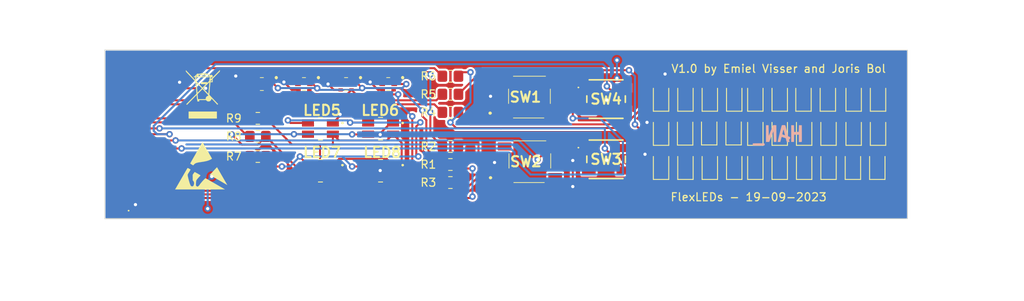
<source format=kicad_pcb>
(kicad_pcb (version 20221018) (generator pcbnew)
  (layers (0 "F.Cu" signal) (31 "B.Cu" signal) (34 "B.Paste" user) (35 "F.Paste" user) (36 "B.SilkS" user "B.Silkscreen") (37 "F.SilkS" user "F.Silkscreen") (38 "B.Mask" user) (39 "F.Mask" user) (44 "Edge.Cuts" user))
  (net 0 "")
  (net 1 "Net-(LED1-K_GREEN)")
  (net 2 "+3V3")
  (net 3 "Net-(LED1-K_RED)")
  (net 4 "Net-(LED1-K_BLUE)")
  (net 5 "Net-(LED5-K_B)")
  (net 6 "Net-(LED5-K_R)")
  (net 7 "Net-(LED5-K_G)")
  (net 8 "Net-(D1-K)")
  (net 9 "Net-(D11-K)")
  (net 10 "Net-(D21-K)")
  (net 11 "/LED-3")
  (net 12 "/LED-4")
  (net 13 "/LED-5")
  (net 14 "/LED-13")
  (net 15 "/LED-14")
  (net 16 "/LED-15")
  (net 17 "/LED-6")
  (net 18 "/LED-11")
  (net 19 "/LED-12")
  (net 20 "/LED-7")
  (net 21 "/LED-8")
  (net 22 "/LED-10")
  (net 23 "/LED-9")
  (net 24 "+5V")
  (net 25 "/LED-0")
  (net 26 "/LED-1")
  (net 27 "/LED-2")
  (net 28 "GNDD")
  (net 31 "unconnected-(SW3-Pad2)")
  (net 33 "unconnected-(SW4-Pad2)")
  (net 35 "unconnected-(SW2-Pad2)")
  (footprint "LED_SMD:LED_0805_2012Metric_Pad1.15x1.40mm_HandSolder" (layer "F.Cu") (at 159 115.5 90)
    (fp_text reference "D11" hide)
    (fp_text value "GREEN" hide)
  )
  (footprint "Resistor_SMD:R_0805_2012Metric_Pad1.20x1.40mm_HandSolder" (layer "F.Cu") (at 132.75 119.75 180)
    (fp_text reference "R1")
    (fp_text value "R" hide)
  )
  (footprint "SamacSys_Parts:150141M173100" (layer "F.Cu") (at 124.05 120.525)
    (fp_text reference "LED8")
    (fp_text value "150141M173100" hide)
  )
  (footprint "LED_SMD:LED_0805_2012Metric_Pad1.15x1.40mm_HandSolder" (layer "F.Cu") (at 185.95 119.75 90)
    (fp_text reference "D30" hide)
    (fp_text value "BLUE" hide)
  )
  (footprint "Resistor_SMD:R_0805_2012Metric_Pad1.20x1.40mm_HandSolder" (layer "F.Cu") (at 132.75 113.25 180)
    (fp_text reference "R4")
    (fp_text value "R")
  )
  (footprint "LED_SMD:LED_0805_2012Metric_Pad1.15x1.40mm_HandSolder" (layer "F.Cu") (at 173.79 111.25 90)
    (fp_text reference "D6" hide)
    (fp_text value "RED" hide)
  )
  (footprint "User:Conn_1x20_FFC" (layer "F.Cu") (at 87 116.005 90)
    (fp_text reference "J1" hide)
    (fp_text value "Conn_01x20_Pin" hide)
    (fp_line (start -10.495 2.7) (end 10.505 2.7) (stroke (width 0.12)) (layer "Edge.Cuts"))
    (fp_line (start -10.495 10.8) (end -10.495 2.7) (stroke (width 0.12)) (layer "Edge.Cuts"))
    (fp_line (start 10.505 2.7) (end 10.505 10.8) (stroke (width 0.12)) (layer "Edge.Cuts"))
  )
  (footprint "Resistor_SMD:R_0805_2012Metric_Pad1.20x1.40mm_HandSolder" (layer "F.Cu") (at 132.75 117.5 180)
    (fp_text reference "R2")
    (fp_text value "R" hide)
  )
  (footprint "LED_SMD:LED_0805_2012Metric_Pad1.15x1.40mm_HandSolder" (layer "F.Cu") (at 183 115.5 90)
    (fp_text reference "D19" hide)
    (fp_text value "GREEN" hide)
  )
  (footprint "LED_SMD:LED_0805_2012Metric_Pad1.15x1.40mm_HandSolder" (layer "F.Cu") (at 168.12 119.75 90)
    (fp_text reference "D24" hide)
    (fp_text value "BLUE" hide)
  )
  (footprint "SamacSys_Parts:TL3342F260QG" (layer "F.Cu") (at 142.65 119.4)
    (fp_text reference "SW2")
    (fp_text value "SW_Push_Dual" hide)
  )
  (footprint "Resistor_SMD:R_0805_2012Metric_Pad1.20x1.40mm_HandSolder" (layer "F.Cu") (at 132.75 122 180)
    (fp_text reference "R3")
    (fp_text value "R" hide)
  )
  (footprint "LED_SMD:LED_0805_2012Metric_Pad1.15x1.40mm_HandSolder" (layer "F.Cu") (at 179.87 115.5 90)
    (fp_text reference "D18" hide)
    (fp_text value "GREEN" hide)
  )
  (footprint "Resistor_SMD:R_0805_2012Metric_Pad1.20x1.40mm_HandSolder" (layer "F.Cu") (at 108.75 116.25)
    (fp_text reference "R8")
    (fp_text value "R" hide)
  )
  (footprint "SamacSys_Parts:150141M173100" (layer "F.Cu") (at 116.55 120.525)
    (fp_text reference "LED7")
    (fp_text value "150141M173100" hide)
  )
  (footprint "LED_SMD:LED_0805_2012Metric_Pad1.15x1.40mm_HandSolder" (layer "F.Cu") (at 168.12 111.25 90)
    (fp_text reference "D4" hide)
    (fp_text value "RED" hide)
  )
  (footprint "LED_SMD:LED_0805_2012Metric_Pad1.15x1.40mm_HandSolder" (layer "F.Cu") (at 170.75 111.25 90)
    (fp_text reference "D5" hide)
    (fp_text value "RED" hide)
  )
  (footprint "SamacSys_Parts:TL3342F260QG" (layer "F.Cu") (at 142.6 111.35)
    (fp_text reference "SW1")
    (fp_text value "SW_Push_Dual" hide)
  )
  (footprint "LED_SMD:LED_0805_2012Metric_Pad1.15x1.40mm_HandSolder" (layer "F.Cu") (at 165.08 111.25 90)
    (fp_text reference "D3" hide)
    (fp_text value "RED" hide)
  )
  (footprint "LED_SMD:LED_0805_2012Metric_Pad1.15x1.40mm_HandSolder" (layer "F.Cu") (at 159 119.75 90)
    (fp_text reference "D21" hide)
    (fp_text value "BLUE" hide)
  )
  (footprint "LED_SMD:LED_0805_2012Metric_Pad1.15x1.40mm_HandSolder" (layer "F.Cu") (at 179.87 119.75 90)
    (fp_text reference "D28" hide)
    (fp_text value "BLUE" hide)
  )
  (footprint "LED_SMD:LED_0805_2012Metric_Pad1.15x1.40mm_HandSolder" (layer "F.Cu") (at 183 111.25 90)
    (fp_text reference "D9" hide)
    (fp_text value "RED" hide)
  )
  (footprint "SamacSys_Parts:150141M173100" (layer "F.Cu") (at 116.55 115.275)
    (fp_text reference "LED5")
    (fp_text value "150141M173100" hide)
  )
  (footprint "LED_SMD:LED_0805_2012Metric_Pad1.15x1.40mm_HandSolder" (layer "F.Cu") (at 162.04 119.75 90)
    (fp_text reference "D22" hide)
    (fp_text value "BLUE" hide)
  )
  (footprint "SamacSys_Parts:150141M173100" (layer "F.Cu") (at 124.05 115.275)
    (fp_text reference "LED6")
    (fp_text value "150141M173100" hide)
  )
  (footprint "LED_SMD:LED_0805_2012Metric_Pad1.15x1.40mm_HandSolder" (layer "F.Cu") (at 168.04 115.45 90)
    (fp_text reference "D14" hide)
    (fp_text value "GREEN" hide)
  )
  (footprint "Resistor_SMD:R_0805_2012Metric_Pad1.20x1.40mm_HandSolder" (layer "F.Cu") (at 108.75 118.75)
    (fp_text reference "R7")
    (fp_text value "R" hide)
  )
  (footprint "LED_SMD:LED_0805_2012Metric_Pad1.15x1.40mm_HandSolder" (layer "F.Cu") (at 176.75 111.25 90)
    (fp_text reference "D7" hide)
    (fp_text value "RED" hide)
  )
  (footprint "Symbol:WEEE-Logo_4.2x6mm_SilkScreen" (layer "F.Cu") (at 101.9 111)
    (fp_text reference "REF**" hide)
    (fp_text value "WEEE-Logo_4.2x6mm_SilkScreen" hide)
  )
  (footprint "LED_SMD:LED_0805_2012Metric_Pad1.15x1.40mm_HandSolder" (layer "F.Cu") (at 173.79 119.75 90)
    (fp_text reference "D26" hide)
    (fp_text value "BLUE" hide)
  )
  (footprint "SamacSys_Parts:19337CRSBHGHCA012T" (layer "F.Cu") (at 120.3 109.675)
    (fp_text reference "LED3" hide)
    (fp_text value "19-337C_RSBHGHC-A01_2T" hide)
  )
  (footprint "LED_SMD:LED_0805_2012Metric_Pad1.15x1.40mm_HandSolder" (layer "F.Cu") (at 176.83 119.75 90)
    (fp_text reference "D27" hide)
    (fp_text value "BLUE" hide)
  )
  (footprint "Symbol:ESD-Logo_6.6x6mm_SilkScreen" (layer "F.Cu") (at 101.7 119.9)
    (fp_text reference "REF**" hide)
    (fp_text value "ESD-Logo_6.6x6mm_SilkScreen" hide)
  )
  (footprint "SamacSys_Parts:19337CRSBHGHCA012T" (layer "F.Cu") (at 125.55 109.675)
    (fp_text reference "LED4" hide)
    (fp_text value "19-337C_RSBHGHC-A01_2T" hide)
  )
  (footprint "LED_SMD:LED_0805_2012Metric_Pad1.15x1.40mm_HandSolder" (layer "F.Cu") (at 170.75 119.75 90)
    (fp_text reference "D25" hide)
    (fp_text value "BLUE" hide)
  )
  (footprint "SamacSys_Parts:TS174805YE160SMTTR" (layer "F.Cu") (at 152.15 119.1)
    (fp_text reference "SW3")
    (fp_text value "SW_Push_Dual" hide)
  )
  (footprint "LED_SMD:LED_0805_2012Metric_Pad1.15x1.40mm_HandSolder" (layer "F.Cu") (at 173.79 115.5 90)
    (fp_text reference "D16" hide)
    (fp_text value "GREEN" hide)
  )
  (footprint "LED_SMD:LED_0805_2012Metric_Pad1.15x1.40mm_HandSolder" (layer "F.Cu") (at 165 115.45 90)
    (fp_text reference "D13" hide)
    (fp_text value "GREEN" hide)
  )
  (footprint "LED_SMD:LED_0805_2012Metric_Pad1.15x1.40mm_HandSolder" (layer "F.Cu") (at 176.83 115.5 90)
    (fp_text reference "D17" hide)
    (fp_text value "GREEN" hide)
  )
  (footprint "LED_SMD:LED_0805_2012Metric_Pad1.15x1.40mm_HandSolder" (layer "F.Cu") (at 170.75 115.5 90)
    (fp_text reference "D15" hide)
    (fp_text value "GREEN" hide)
  )
  (footprint "LED_SMD:LED_0805_2012Metric_Pad1.15x1.40mm_HandSolder" (layer "F.Cu") (at 186.04 115.5 90)
    (fp_text reference "D20" hide)
    (fp_text value "GREEN" hide)
  )
  (footprint "LED_SMD:LED_0805_2012Metric_Pad1.15x1.40mm_HandSolder" (layer "F.Cu") (at 182.91 119.75 90)
    (fp_text reference "D29" hide)
    (fp_text value "BLUE" hide)
  )
  (footprint "SamacSys_Parts:19337CRSBHGHCA012T" (layer "F.Cu") (at 115.05 109.675)
    (fp_text reference "LED2" hide)
    (fp_text value "19-337C_RSBHGHC-A01_2T" hide)
  )
  (footprint "LED_SMD:LED_0805_2012Metric_Pad1.15x1.40mm_HandSolder" (layer "F.Cu") (at 159 111.25 90)
    (fp_text reference "D1" hide)
    (fp_text value "RED" hide)
  )
  (footprint "SamacSys_Parts:TS174805YE160SMTTR" (layer "F.Cu") (at 152.15 111.6)
    (fp_text reference "SW4")
    (fp_text value "SW_Push_Dual" hide)
  )
  (footprint "LED_SMD:LED_0805_2012Metric_Pad1.15x1.40mm_HandSolder" (layer "F.Cu") (at 165.08 119.75 90)
    (fp_text reference "D23" hide)
    (fp_text value "BLUE" hide)
  )
  (footprint "LED_SMD:LED_0805_2012Metric_Pad1.15x1.40mm_HandSolder" (layer "F.Cu") (at 179.79 111.25 90)
    (fp_text reference "D8" hide)
    (fp_text value "RED" hide)
  )
  (footprint "Resistor_SMD:R_0805_2012Metric_Pad1.20x1.40mm_HandSolder" (layer "F.Cu") (at 132.75 111 180)
    (fp_text reference "R5")
    (fp_text value "R")
  )
  (footprint "LED_SMD:LED_0805_2012Metric_Pad1.15x1.40mm_HandSolder" (layer "F.Cu") (at 162 115.475 90)
    (fp_text reference "D12" hide)
    (fp_text value "GREEN" hide)
  )
  (footprint "SamacSys_Parts:19337CRSBHGHCA012T" (layer "F.Cu") (at 109.8 109.675)
    (fp_text reference "LED1" hide)
    (fp_text value "19-337C_RSBHGHC-A01_2T" hide)
  )
  (footprint "Resistor_SMD:R_0805_2012Metric_Pad1.20x1.40mm_HandSolder" (layer "F.Cu") (at 108.75 114)
    (fp_text reference "R9")
    (fp_text value "R" hide)
  )
  (footprint "LED_SMD:LED_0805_2012Metric_Pad1.15x1.40mm_HandSolder" (layer "F.Cu") (at 186.04 111.25 90)
    (fp_text reference "D10" hide)
    (fp_text value "RED" hide)
  )
  (footprint "Resistor_SMD:R_0805_2012Metric_Pad1.20x1.40mm_HandSolder" (layer "F.Cu") (at 132.75 108.75 180)
    (fp_text reference "R6")
    (fp_text value "R")
  )
  (footprint "LED_SMD:LED_0805_2012Metric_Pad1.15x1.40mm_HandSolder" (layer "F.Cu") (at 162.04 111.25 90)
    (fp_text reference "D2" hide)
    (fp_text value "RED" hide)
  )
  (footprint "User:HAN_logo" (layer "B.Cu") (at 173.5 116.1 180)
    (fp_text reference "G***")
    (fp_text value "LOGO" hide)
  )
  (gr_rect (start 89.7 105.5) (end 189.7 126.5) (stroke (width 0.1)) (fill none) (layer "Edge.Cuts"))
  (gr_text "FlexLEDs - 19-09-2023" (at 160.1 124.4) (layer "F.SilkS") (effects (font (size 1 1)) (justify left bottom)))
  (gr_text "V1.0 by Emiel Visser and Joris Bol" (at 160.2 108.4) (layer "F.SilkS") (effects (font (size 1 1)) (justify left bottom)))
  (segment (start 130.25 116) (end 130.25 113.25) (width 0.25) (layer "F.Cu") (net 1))
  (segment (start 115.7 108.475) (end 119.9 108.475) (width 0.25) (layer "F.Cu") (net 1))
  (segment (start 130.25 108.5) (end 130 108.25) (width 0.25) (layer "F.Cu") (net 1))
  (segment (start 109.925 109) (end 110.45 108.475) (width 0.25) (layer "F.Cu") (net 1))
  (segment (start 114.65 108.475) (end 115.175 109) (width 0.25) (layer "F.Cu") (net 1))
  (segment (start 115.175 109) (end 115.7 108.475) (width 0.25) (layer "F.Cu") (net 1))
  (segment (start 130 108.25) (end 126.25 108.25) (width 0.25) (layer "F.Cu") (net 1))
  (segment (start 120.425 109) (end 120.95 108.475) (width 0.25) (layer "F.Cu") (net 1))
  (segment (start 131.75 117.5) (end 130.25 116) (width 0.25) (layer "F.Cu") (net 1))
  (segment (start 126.25 108.25) (end 126.25 108.425) (width 0.25) (layer "F.Cu") (net 1))
  (segment (start 126.25 108.425) (end 125.675 109) (width 0.25) (layer "F.Cu") (net 1))
  (segment (start 120.95 108.475) (end 125.15 108.475) (width 0.25) (layer "F.Cu") (net 1))
  (segment (start 110.45 108.475) (end 114.65 108.475) (width 0.25) (layer "F.Cu") (net 1))
  (segment (start 119.9 108.475) (end 120.425 109) (width 0.25) (layer "F.Cu") (net 1))
  (segment (start 125.15 108.475) (end 125.675 109) (width 0.25) (layer "F.Cu") (net 1))
  (via (at 130.25 113.25) (size 0.8) (drill 0.4) (layers "F.Cu" "B.Cu") (net 1))
  (via (at 130.25 108.5) (size 0.8) (drill 0.4) (layers "F.Cu" "B.Cu") (net 1))
  (segment (start 130.25 113.25) (end 130.25 108.5) (width 0.25) (layer "B.Cu") (net 1))
  (segment (start 124.25 109.725) (end 123 109.725) (width 0.25) (layer "F.Cu") (net 2))
  (segment (start 124.325 109) (end 123.225 109) (width 0.25) (layer "F.Cu") (net 2))
  (segment (start 112.975 110.45) (end 112 109.475) (width 0.25) (layer "F.Cu") (net 2))
  (segment (start 125.6 119.825) (end 124.675 119.825) (width 0.25) (layer "F.Cu") (net 2))
  (segment (start 123.725 110.45) (end 122.75 109.475) (width 0.25) (layer "F.Cu") (net 2))
  (segment (start 93.25 124.5) (end 93.5 124.75) (width 0.25) (layer "F.Cu") (net 2))
  (segment (start 123.225 109) (end 122.75 109.475) (width 0.25) (layer "F.Cu") (net 2))
  (segment (start 118.1 119.825) (end 118.875 119.05) (width 0.25) (layer "F.Cu") (net 2))
  (segment (start 107.725 110.45) (end 106 108.725) (width 0.25) (layer "F.Cu") (net 2))
  (segment (start 151.5 111.725) (end 152.25 111.725) (width 0.25) (layer "F.Cu") (net 2))
  (segment (start 124.675 119.825) (end 124 120.5) (width 0.25) (layer "F.Cu") (net 2))
  (segment (start 157.275 114.475) (end 157.25 114.5) (width 0.25) (layer "F.Cu") (net 2))
  (segment (start 113.825 110.45) (end 112.975 110.45) (width 0.25) (layer "F.Cu") (net 2))
  (segment (start 91 124.5) (end 93.25 124.5) (width 0.25) (layer "F.Cu") (net 2))
  (segment (start 99.75 110.25) (end 102.25 110.25) (width 0.25) (layer "F.Cu") (net 2))
  (segment (start 119 109.725) (end 117.5 109.725) (width 0.25) (layer "F.Cu") (net 2))
  (segment (start 108.575 109) (end 106.275 109) (width 0.25) (layer "F.Cu") (net 2))
  (segment (start 118.225 109) (end 119.075 109) (width 0.25) (layer "F.Cu") (net 2))
  (segment (start 124.775 113.75) (end 125.6 114.575) (width 0.25) (layer "F.Cu") (net 2))
  (segment (start 139.45 113.25) (end 139.45 112.95) (width 0.25) (layer "F.Cu") (net 2))
  (segment (start 139.5 120.75) (end 138.25 119.5) (width 0.25) (layer "F.Cu") (net 2))
  (segment (start 118.1 114.575) (end 118.875 113.8) (width 0.25) (layer "F.Cu") (net 2))
  (segment (start 159 118.725) (end 157.25 118.725) (width 0.25) (layer "F.Cu") (net 2))
  (segment (start 123 109.725) (end 122.75 109.475) (width 0.25) (layer "F.Cu") (net 2))
  (segment (start 99 109.5) (end 99.75 110.25) (width 0.25) (layer "F.Cu") (net 2))
  (segment (start 118.225 110.45) (end 119.075 110.45) (width 0.25) (layer "F.Cu") (net 2))
  (segment (start 139.5 121.3) (end 139.5 120.75) (width 0.25) (layer "F.Cu") (net 2))
  (segment (start 185.95 118.725) (end 159 118.725) (width 0.25) (layer "F.Cu") (net 2))
  (segment (start 108.5 109.725) (end 107 109.725) (width 0.25) (layer "F.Cu") (net 2))
  (segment (start 108.575 110.45) (end 107.725 110.45) (width 0.25) (layer "F.Cu") (net 2))
  (segment (start 125.6 119.825) (end 124.825 119.05) (width 0.25) (layer "F.Cu") (net 2))
  (segment (start 124.325 110.45) (end 123.725 110.45) (width 0.25) (layer "F.Cu") (net 2))
  (segment (start 124 115.875) (end 124 116.0255) (width 0.25) (layer "F.Cu") (net 2))
  (segment (start 150 117.725) (end 151.5 119.225) (width 0.25) (layer "F.Cu") (net 2))
  (segment (start 150 110.225) (end 151.5 111.725) (width 0.25) (layer "F.Cu") (net 2))
  (segment (start 117.5 109.725) (end 118.225 109) (width 0.25) (layer "F.Cu") (net 2))
  (segment (start 159 110.225) (end 159 108.975) (width 0.25) (layer "F.Cu") (net 2))
  (segment (start 119 113.5) (end 119.25 113.75) (width 0.25) (layer "F.Cu") (net 2))
  (segment (start 151.5 119.225) (end 152.25 119.225) (width 0.25) (layer "F.Cu") (net 2))
  (segment (start 113.75 109.725) (end 112.25 109.725) (width 0.25) (layer "F.Cu") (net 2))
  (segment (start 157.25 118.725) (end 157 118.475) (width 0.25) (layer "F.Cu") (net 2))
  (segment (start 148 119.25) (end 148 122.5) (width 0.25) (layer "F.Cu") (net 2))
  (segment (start 159 108.975) (end 159.5 108.475) (width 0.25) (layer "F.Cu") (net 2))
  (segment (start 125.3 114.575) (end 124 115.875) (width 0.25) (layer "F.Cu") (net 2))
  (segment (start 118.875 113.8) (end 119 113.5) (width 0.25) (layer "F.Cu") (net 2))
  (segment (start 113.825 109) (end 112.475 109) (width 0.25) (layer "F.Cu") (net 2))
  (segment (start 159 114.475) (end 157.275 114.475) (width 0.25) (layer "F.Cu") (net 2))
  (segment (start 186.04 110.225) (end 159 110.225) (width 0.25) (layer "F.Cu") (net 2))
  (segment (start 139.45 112.95) (end 137.75 111.25) (width 0.25) (layer "F.Cu") (net 2))
  (segment (start 117.5 109.725) (end 118.225 110.45) (width 0.25) (layer "F.Cu") (net 2))
  (segment (start 118.875 119.05) (end 124.825 119.05) (width 0.25) (layer "F.Cu") (net 2))
  (segment (start 186.04 114.475) (end 159 114.475) (width 0.25) (layer "F.Cu") (net 2))
  (segment (start 107 109.725) (end 106 108.725) (width 0.25) (layer "F.Cu") (net 2))
  (segment (start 106.275 109) (end 106 108.725) (width 0.25) (layer "F.Cu") (net 2))
  (segment (start 112.25 109.725) (end 112 109.475) (width 0.25) (layer "F.Cu") (net 2))
  (segment (start 125.6 114.575) (end 125.3 114.575) (width 0.25) (layer "F.Cu") (net 2))
  (segment (start 112.475 109) (end 112 109.475) (width 0.25) (layer "F.Cu") (net 2))
  (segment (start 119.25 113.75) (end 124.775 113.75) (width 0.25) (layer "F.Cu") (net 2))
  (via (at 157 118.475) (size 0.8) (drill 0.4) (layers "F.Cu" "B.Cu") (net 2))
  (via (at 148 122.5) (size 0.8) (drill 0.4) (layers "F.Cu" "B.Cu") (net 2))
  (via (at 106 108.725) (size 0.8) (drill 0.4) (layers "F.Cu" "B.Cu") (net 2))
  (via (at 122.75 109.475) (size 0.8) (drill 0.4) (layers "F.Cu" "B.Cu") (net 2))
  (via (at 112 109.475) (size 0.8) (drill 0.4) (layers "F.Cu" "B.Cu") (net 2))
  (via (at 99 109.5) (size 0.8) (drill 0.4) (layers "F.Cu" "B.Cu") (net 2))
  (via (at 148 119.25) (size 0.8) (drill 0.4) (layers "F.Cu" "B.Cu") (net 2))
  (via (at 138.25 119.5) (size 0.8) (drill 0.4) (layers "F.Cu" "B.Cu") (net 2))
  (via (at 124 120.5) (size 0.8) (drill 0.4) (layers "F.Cu" "B.Cu") (net 2))
  (via (at 93.5 124.75) (size 0.8) (drill 0.4) (layers "F.Cu" "B.Cu") (net 2))
  (via (at 137.75 111.25) (size 0.8) (drill 0.4) (layers "F.Cu" "B.Cu") (net 2))
  (via (at 157.25 114.5) (size 0.8) (drill 0.4) (layers "F.Cu" "B.Cu") (net 2))
  (via (at 117.5 109.725) (size 0.8) (drill 0.4) (layers "F.Cu" "B.Cu") (net 2))
  (via (at 102.25 110.25) (size 0.8) (drill 0.4) (layers "F.Cu" "B.Cu") (net 2))
  (via (at 152.25 111.725) (size 0.8) (drill 0.4) (layers "F.Cu" "B.Cu") (net 2))
  (via (at 159.5 108.475) (size 0.8) (drill 0.4) (layers "F.Cu" "B.Cu") (net 2))
  (via (at 124 116.0255) (size 0.8) (drill 0.4) (layers "F.Cu" "B.Cu") (net 2))
  (via (at 152.25 119.225) (size 0.8) (drill 0.4) (layers "F.Cu" "B.Cu") (net 2))
  (via (at 119 113.5) (size 0.8) (drill 0.4) (layers "F.Cu" "B.Cu") (net 2))
  (segment (start 120.5 109.725) (end 121.25 109.725) (width 0.25) (layer "F.Cu") (net 3))
  (segment (start 110 109.725) (end 110.75 109.725) (width 0.25) (layer "F.Cu") (net 3))
  (segment (start 127.25 109.725) (end 125.75 109.725) (width 0.25) (layer "F.Cu") (net 3))
  (segment (start 115.25 109.725) (end 115.624696 109.725) (width 0.25) (layer "F.Cu") (net 3))
  (segment (start 129.25 113.724695) (end 129.25 113) (width 0.25) (layer "F.Cu") (net 3))
  (segment (start 129.75 117.75) (end 129.75 114.224695) (width 0.25) (layer "F.Cu") (net 3))
  (segment (start 121.25 109.725) (end 121.75 110.225) (width 0.25) (layer "F.Cu") (net 3))
  (segment (start 129.75 114.224695) (end 129.25 113.724695) (width 0.25) (layer "F.Cu") (net 3))
  (segment (start 115.624696 109.725) (end 116.150196 110.2505) (width 0.25) (layer "F.Cu") (net 3))
  (segment (start 131.75 119.75) (end 129.75 117.75) (width 0.25) (layer "F.Cu") (net 3))
  (segment (start 110.75 109.725) (end 111.25 110.225) (width 0.25) (layer "F.Cu") (net 3))
  (via (at 116.150196 110.2505) (size 0.8) (drill 0.4) (layers "F.Cu" "B.Cu") (net 3))
  (via (at 127.25 109.725) (size 0.8) (drill 0.4) (layers "F.Cu" "B.Cu") (net 3))
  (via (at 121.75 110.225) (size 0.8) (drill 0.4) (layers "F.Cu" "B.Cu") (net 3))
  (via (at 111.25 110.225) (size 0.8) (drill 0.4) (layers "F.Cu" "B.Cu") (net 3))
  (via (at 129.25 113) (size 0.8) (drill 0.4) (layers "F.Cu" "B.Cu") (net 3))
  (segment (start 116.25 110.225) (end 116.2245 110.2505) (width 0.25) (layer "B.Cu") (net 3))
  (segment (start 116.2245 110.2505) (end 116.150196 110.2505) (width 0.25) (layer "B.Cu") (net 3))
  (segment (start 116.150196 110.2505) (end 116.349696 110.45) (width 0.25) (layer "B.Cu") (net 3))
  (segment (start 126.75 110.225) (end 127.25 109.725) (width 0.25) (layer "B.Cu") (net 3))
  (segment (start 111.25 110.225) (end 116.25 110.225) (width 0.25) (layer "B.Cu") (net 3))
  (segment (start 129.25 113) (end 126.75 110.5) (width 0.25) (layer "B.Cu") (net 3))
  (segment (start 121.75 110.225) (end 126.75 110.225) (width 0.25) (layer "B.Cu") (net 3))
  (segment (start 121.525 110.45) (end 121.75 110.225) (width 0.25) (layer "B.Cu") (net 3))
  (segment (start 126.75 110.5) (end 126.75 110.225) (width 0.25) (layer "B.Cu") (net 3))
  (segment (start 116.349696 110.45) (end 121.525 110.45) (width 0.25) (layer "B.Cu") (net 3))
  (segment (start 129 122) (end 128 121) (width 0.25) (layer "F.Cu") (net 4))
  (segment (start 131.75 122) (end 129 122) (width 0.25) (layer "F.Cu") (net 4))
  (segment (start 115.7 110.975) (end 119.9 110.975) (width 0.25) (layer "F.Cu") (net 4))
  (segment (start 120.95 110.975) (end 125.15 110.975) (width 0.25) (layer "F.Cu") (net 4))
  (segment (start 119.9 110.975) (end 120.425 110.45) (width 0.25) (layer "F.Cu") (net 4))
  (segment (start 109.925 110.45) (end 110.45 110.975) (width 0.25) (layer "F.Cu") (net 4))
  (segment (start 115.175 110.45) (end 115.7 110.975) (width 0.25) (layer "F.Cu") (net 4))
  (segment (start 110.45 110.975) (end 114.65 110.975) (width 0.25) (layer "F.Cu") (net 4))
  (segment (start 126.237701 111.012299) (end 125.187299 111.012299) (width 0.25) (layer "F.Cu") (net 4))
  (segment (start 120.425 110.45) (end 120.95 110.975) (width 0.25) (layer "F.Cu") (net 4))
  (segment (start 114.65 110.975) (end 115.175 110.45) (width 0.25) (layer "F.Cu") (net 4))
  (segment (start 125.187299 111.012299) (end 125.15 110.975) (width 0.25) (layer "F.Cu") (net 4))
  (segment (start 125.15 110.975) (end 125.675 110.45) (width 0.25) (layer "F.Cu") (net 4))
  (segment (start 128 121) (end 128 113.75) (width 0.25) (layer "F.Cu") (net 4))
  (via (at 128 113.75) (size 0.8) (drill 0.4) (layers "F.Cu" "B.Cu") (net 4))
  (via (at 126.237701 111.012299) (size 0.8) (drill 0.4) (layers "F.Cu" "B.Cu") (net 4))
  (segment (start 126.237701 111.987701) (end 126.237701 111.012299) (width 0.25) (layer "B.Cu") (net 4))
  (segment (start 128 113.75) (end 126.237701 111.987701) (width 0.25) (layer "B.Cu") (net 4))
  (segment (start 116.5 119.925) (end 116.5 117.25) (width 0.25) (layer "F.Cu") (net 5))
  (segment (start 126.675 120.45) (end 125.9 121.225) (width 0.25) (layer "F.Cu") (net 5))
  (segment (start 109.75 114) (end 113 117.25) (width 0.25) (layer "F.Cu") (net 5))
  (segment (start 118.1 121.225) (end 117.8 121.225) (width 0.25) (layer "F.Cu") (net 5))
  (segment (start 118.1 115.975) (end 118.875 116.75) (width 0.25) (layer "F.Cu") (net 5))
  (segment (start 125.6 115.975) (end 126.675 117.05) (width 0.25) (layer "F.Cu") (net 5))
  (segment (start 116.5 117.25) (end 118 117.25) (width 0.25) (layer "F.Cu") (net 5))
  (segment (start 126.675 117.05) (end 126.675 120.45) (width 0.25) (layer "F.Cu") (net 5))
  (segment (start 118.1 117.15) (end 118.1 115.975) (width 0.25) (layer "F.Cu") (net 5))
  (segment (start 113 117.25) (end 116.5 117.25) (width 0.25) (layer "F.Cu") (net 5))
  (segment (start 118.875 116.75) (end 124.825 116.75) (width 0.25) (layer "F.Cu") (net 5))
  (segment (start 125.9 121.225) (end 125.6 121.225) (width 0.25) (layer "F.Cu") (net 5))
  (segment (start 124.825 116.75) (end 125.6 115.975) (width 0.25) (layer "F.Cu") (net 5))
  (segment (start 118 117.25) (end 118.1 117.15) (width 0.25) (layer "F.Cu") (net 5))
  (segment (start 117.8 121.225) (end 116.5 119.925) (width 0.25) (layer "F.Cu") (net 5))
  (segment (start 115 114.575) (end 112.825 114.575) (width 0.25) (layer "F.Cu") (net 6))
  (segment (start 120.25 114.5255) (end 122.4505 114.5255) (width 0.25) (layer "F.Cu") (net 6))
  (segment (start 122.325 120) (end 122.5 119.825) (width 0.25) (layer "F.Cu") (net 6))
  (segment (start 109.75 118.75) (end 111 120) (width 0.25) (layer "F.Cu") (net 6))
  (segment (start 120.5 120) (end 122.325 120) (width 0.25) (layer "F.Cu") (net 6))
  (segment (start 114 118.825) (end 115 119.825) (width 0.25) (layer "F.Cu") (net 6))
  (segment (start 128.5 115) (end 128.5 118.5) (width 0.25) (layer "F.Cu") (net 6))
  (segment (start 112.825 114.575) (end 112.5 114.25) (width 0.25) (layer "F.Cu") (net 6))
  (segment (start 111 120) (end 111.75 120) (width 0.25) (layer "F.Cu") (net 6))
  (segment (start 114 118.75) (end 114 118.825) (width 0.25) (layer "F.Cu") (net 6))
  (segment (start 122.4505 114.5255) (end 122.5 114.575) (width 0.25) (layer "F.Cu") (net 6))
  (segment (start 129 114.5) (end 128.5 115) (width 0.25) (layer "F.Cu") (net 6))
  (segment (start 128.5 118.5) (end 128.75 118.75) (width 0.25) (layer "F.Cu") (net 6))
  (via (at 128.75 118.75) (size 0.8) (drill 0.4) (layers "F.Cu" "B.Cu") (net 6))
  (via (at 120.25 114.5255) (size 0.8) (drill 0.4) (layers "F.Cu" "B.Cu") (net 6))
  (via (at 114 118.75) (size 0.8) (drill 0.4) (layers "F.Cu" "B.Cu") (net 6))
  (via (at 120.5 120) (size 0.8) (drill 0.4) (layers "F.Cu" "B.Cu") (net 6))
  (via (at 112.5 114.25) (size 0.8) (drill 0.4) (layers "F.Cu" "B.Cu") (net 6))
  (via (at 129 114.5) (size 0.8) (drill 0.4) (layers "F.Cu" "B.Cu") (net 6))
  (via (at 111.75 120) (size 0.8) (drill 0.4) (layers "F.Cu" "B.Cu") (net 6))
  (segment (start 128.9745 114.5255) (end 129 114.5) (width 0.25) (layer "B.Cu") (net 6))
  (segment (start 128.75 118.75) (end 119.25 118.75) (width 0.25) (layer "B.Cu") (net 6))
  (segment (start 119.25 118.75) (end 120.5 120) (width 0.25) (layer "B.Cu") (net 6))
  (segment (start 111.75 120) (end 112.75 120) (width 0.25) (layer "B.Cu") (net 6))
  (segment (start 120.25 114.5255) (end 128.9745 114.5255) (width 0.25) (layer "B.Cu") (net 6))
  (segment (start 112.5 114.25) (end 119.9745 114.25) (width 0.25) (layer "B.Cu") (net 6))
  (segment (start 112.75 120) (end 114 118.75) (width 0.25) (layer "B.Cu") (net 6))
  (segment (start 119.9745 114.25) (end 120.25 114.5255) (width 0.25) (layer "B.Cu") (net 6))
  (segment (start 114 118.75) (end 119.25 118.75) (width 0.25) (layer "B.Cu") (net 6))
  (segment (start 122.475 116) (end 122.5 115.975) (width 0.25) (layer "F.Cu") (net 7))
  (segment (start 114.725 121.225) (end 115 121.225) (width 0.25) (layer "F.Cu") (net 7))
  (segment (start 114.9995 115.9745) (end 115 115.975) (width 0.25) (layer "F.Cu") (net 7))
  (segment (start 109.75 116.25) (end 108.725 117.275) (width 0.25) (layer "F.Cu") (net 7))
  (segment (start 120.5 116) (end 122.475 116) (width 0.25) (layer "F.Cu") (net 7))
  (segment (start 115.775 122) (end 121.725 122) (width 0.25) (layer "F.Cu") (net 7))
  (segment (start 115 121.225) (end 115.775 122) (width 0.25) (layer "F.Cu") (net 7))
  (segment (start 109.75 116.25) (end 114.725 121.225) (width 0.25) (layer "F.Cu") (net 7))
  (segment (start 106.775 117.275) (end 105.5 116) (width 0.25) (layer "F.Cu") (net 7))
  (segment (start 113.25 115.9745) (end 114.9995 115.9745) (width 0.25) (layer "F.Cu") (net 7))
  (segment (start 108.725 117.275) (end 106.775 117.275) (width 0.25) (layer "F.Cu") (net 7))
  (segment (start 121.725 122) (end 122.5 121.225) (width 0.25) (layer "F.Cu") (net 7))
  (via (at 105.5 116) (size 0.8) (drill 0.4) (layers "F.Cu" "B.Cu") (net 7))
  (via (at 120.5 116) (size 0.8) (drill 0.4) (layers "F.Cu" "B.Cu") (net 7))
  (via (at 113.25 115.9745) (size 0.8) (drill 0.4) (layers "F.Cu" "B.Cu") (net 7))
  (segment (start 120.4745 115.9745) (end 120.5 116) (width 0.25) (layer "B.Cu") (net 7))
  (segment (start 105.5 116) (end 105.5255 115.9745) (width 0.25) (layer "B.Cu") (net 7))
  (segment (start 113.25 115.9745) (end 120.4745 115.9745) (width 0.25) (layer "B.Cu") (net 7))
  (segment (start 105.5255 115.9745) (end 113.25 115.9745) (width 0.25) (layer "B.Cu") (net 7))
  (segment (start 154.575 114.75) (end 135.25 114.75) (width 0.25) (layer "F.Cu") (net 8))
  (segment (start 186.04 112.275) (end 159 112.275) (width 0.25) (layer "F.Cu") (net 8))
  (segment (start 157.05 112.275) (end 154.575 114.75) (width 0.25) (layer "F.Cu") (net 8))
  (segment (start 135.25 114.75) (end 133.75 113.25) (width 0.25) (layer "F.Cu") (net 8))
  (segment (start 133.75 112.75) (end 133.75 113.25) (width 0.25) (layer "F.Cu") (net 8))
  (segment (start 159 112.275) (end 157.05 112.275) (width 0.25) (layer "F.Cu") (net 8))
  (segment (start 155 108) (end 136.75 108) (width 0.25) (layer "F.Cu") (net 9))
  (segment (start 157.525 116.525) (end 155.75 114.75) (width 0.25) (layer "F.Cu") (net 9))
  (segment (start 159 116.525) (end 157.525 116.525) (width 0.25) (layer "F.Cu") (net 9))
  (segment (start 136.75 108) (end 133.75 111) (width 0.25) (layer "F.Cu") (net 9))
  (segment (start 186.04 116.525) (end 159 116.525) (width 0.25) (layer "F.Cu") (net 9))
  (via (at 155 108) (size 0.8) (drill 0.4) (layers "F.Cu" "B.Cu") (net 9))
  (via (at 155.75 114.75) (size 0.8) (drill 0.4) (layers "F.Cu" "B.Cu") (net 9))
  (segment (start 155.75 108.75) (end 155 108) (width 0.25) (layer "B.Cu") (net 9))
  (segment (start 155.75 110.5) (end 155.75 108.75) (width 0.25) (layer "B.Cu") (net 9))
  (segment (start 155.75 114.75) (end 155.75 110.5) (width 0.25) (layer "B.Cu") (net 9))
  (segment (start 155.475 116.975) (end 153.7 115.2) (width 0.25) (layer "F.Cu") (net 10))
  (segment (start 133.45 115.2) (end 132.75 114.5) (width 0.25) (layer "F.Cu") (net 10))
  (segment (start 155.475 117.975305) (end 155.475 116.975) (width 0.25) (layer "F.Cu") (net 10))
  (segment (start 135.25 108.25) (end 134.25 108.25) (width 0.25) (layer "F.Cu") (net 10))
  (segment (start 134.25 108.25) (end 133.75 108.75) (width 0.25) (layer "F.Cu") (net 10))
  (segment (start 185.95 120.775) (end 159 120.775) (width 0.25) (layer "F.Cu") (net 10))
  (segment (start 158.274695 120.775) (end 155.475 117.975305) (width 0.25) (layer "F.Cu") (net 10))
  (segment (start 153.7 115.2) (end 133.45 115.2) (width 0.25) (layer "F.Cu") (net 10))
  (segment (start 159 120.775) (end 158.274695 120.775) (width 0.25) (layer "F.Cu") (net 10))
  (via (at 135.25 108.25) (size 0.8) (drill 0.4) (layers "F.Cu" "B.Cu") (net 10))
  (via (at 132.75 114.5) (size 0.8) (drill 0.4) (layers "F.Cu" "B.Cu") (net 10))
  (segment (start 132.75 114.5) (end 135.25 112) (width 0.25) (layer "B.Cu") (net 10))
  (segment (start 135.25 112) (end 135.25 108.25) (width 0.25) (layer "B.Cu") (net 10))
  (segment (start 135.325 123.925) (end 135.5 123.75) (width 0.25) (layer "F.Cu") (net 11))
  (segment (start 135.5 120.25) (end 134.25 120.25) (width 0.25) (layer "F.Cu") (net 11))
  (segment (start 97.515812 123.925) (end 135.325 123.925) (width 0.25) (layer "F.Cu") (net 11))
  (segment (start 134.25 120.25) (end 133.75 119.75) (width 0.25) (layer "F.Cu") (net 11))
  (segment (start 91 120.5) (end 94.090812 120.5) (width 0.25) (layer "F.Cu") (net 11))
  (segment (start 94.090812 120.5) (end 97.515812 123.925) (width 0.25) (layer "F.Cu") (net 11))
  (via (at 135.5 123.75) (size 0.8) (drill 0.4) (layers "F.Cu" "B.Cu") (net 11))
  (via (at 135.5 120.25) (size 0.8) (drill 0.4) (layers "F.Cu" "B.Cu") (net 11))
  (segment (start 135.5 123.75) (end 135.5 120.25) (width 0.25) (layer "B.Cu") (net 11))
  (segment (start 136.25 117) (end 134.25 117) (width 0.25) (layer "F.Cu") (net 12))
  (segment (start 136.25 121.25) (end 136.25 117) (width 0.25) (layer "F.Cu") (net 12))
  (segment (start 93.732208 119.505) (end 97.702208 123.475) (width 0.25) (layer "F.Cu") (net 12))
  (segment (start 97.702208 123.475) (end 134.025 123.475) (width 0.25) (layer "F.Cu") (net 12))
  (segment (start 134.025 123.475) (end 136.25 121.25) (width 0.25) (layer "F.Cu") (net 12))
  (segment (start 91 119.505) (end 93.732208 119.505) (width 0.25) (layer "F.Cu") (net 12))
  (segment (start 93.363604 118.5) (end 97.888604 123.025) (width 0.25) (layer "F.Cu") (net 13))
  (segment (start 91 118.5) (end 93.363604 118.5) (width 0.25) (layer "F.Cu") (net 13))
  (segment (start 132.725 123.025) (end 133.75 122) (width 0.25) (layer "F.Cu") (net 13))
  (segment (start 97.888604 123.025) (end 132.725 123.025) (width 0.25) (layer "F.Cu") (net 13))
  (segment (start 130.75 112.25) (end 93.898 112.25) (width 0.25) (layer "F.Cu") (net 14))
  (segment (start 92.148 110.5) (end 91 110.5) (width 0.25) (layer "F.Cu") (net 14))
  (segment (start 131.75 113.25) (end 130.75 112.25) (width 0.25) (layer "F.Cu") (net 14))
  (segment (start 93.898 112.25) (end 92.148 110.5) (width 0.25) (layer "F.Cu") (net 14))
  (segment (start 131.75 111) (end 131 111.75) (width 0.25) (layer "F.Cu") (net 15))
  (segment (start 131 111.75) (end 94.698 111.75) (width 0.25) (layer "F.Cu") (net 15))
  (segment (start 92.448 109.5) (end 91 109.5) (width 0.25) (layer "F.Cu") (net 15))
  (segment (start 94.698 111.75) (end 92.448 109.5) (width 0.25) (layer "F.Cu") (net 15))
  (segment (start 131.75 108.75) (end 130.75 107.75) (width 0.25) (layer "F.Cu") (net 16))
  (segment (start 130.75 107.75) (end 93.648 107.75) (width 0.25) (layer "F.Cu") (net 16))
  (segment (start 92.898 108.5) (end 91 108.5) (width 0.25) (layer "F.Cu") (net 16))
  (segment (start 93.648 107.75) (end 92.898 108.5) (width 0.25) (layer "F.Cu") (net 16))
  (segment (start 107.75 118.75) (end 94.25 118.75) (width 0.25) (layer "F.Cu") (net 17))
  (segment (start 94.25 118.75) (end 93 117.5) (width 0.25) (layer "F.Cu") (net 17))
  (segment (start 93 117.5) (end 91 117.5) (width 0.25) (layer "F.Cu") (net 17))
  (segment (start 94.363604 114.5) (end 92.363604 112.5) (width 0.25) (layer "F.Cu") (net 18))
  (segment (start 107.75 116.5) (end 105.75 114.5) (width 0.25) (layer "F.Cu") (net 18))
  (segment (start 92.363604 112.5) (end 91 112.5) (width 0.25) (layer "F.Cu") (net 18))
  (segment (start 105.75 114.5) (end 94.363604 114.5) (width 0.25) (layer "F.Cu") (net 18))
  (segment (start 92 111.5) (end 91 111.5) (width 0.25) (layer "F.Cu") (net 19))
  (segment (start 91.55 111.51) (end 91.56 111.5) (width 0.25) (layer "F.Cu") (net 19))
  (segment (start 94.5 114) (end 92 111.5) (width 0.25) (layer "F.Cu") (net 19))
  (segment (start 107.75 114) (end 94.5 114) (width 0.25) (layer "F.Cu") (net 19))
  (segment (start 148 111.7) (end 148 114) (width 0.25) (layer "F.Cu") (net 20))
  (segment (start 91 116.5) (end 92.811604 116.5) (width 0.25) (layer "F.Cu") (net 20))
  (segment (start 92.811604 116.5) (end 94.061604 117.75) (width 0.25) (layer "F.Cu") (net 20))
  (segment (start 94.061604 117.75) (end 99.25 117.75) (width 0.25) (layer "F.Cu") (net 20))
  (segment (start 145.75 109.45) (end 148 111.7) (width 0.25) (layer "F.Cu") (net 20))
  (via (at 99.25 117.75) (size 0.8) (drill 0.4) (layers "F.Cu" "B.Cu") (net 20))
  (via (at 148 114) (size 0.8) (drill 0.4) (layers "F.Cu" "B.Cu") (net 20))
  (segment (start 99.25 117.75) (end 140.25 117.75) (width 0.25) (layer "B.Cu") (net 20))
  (segment (start 140.75 119.000305) (end 142.749695 121) (width 0.25) (layer "B.Cu") (net 20))
  (segment (start 154.25 121) (end 154.25 116.863604) (width 0.25) (layer "B.Cu") (net 20))
  (segment (start 154.25 116.863604) (end 151.386396 114) (width 0.25) (layer "B.Cu") (net 20))
  (segment (start 151.386396 114) (end 148 114) (width 0.25) (layer "B.Cu") (net 20))
  (segment (start 140.25 117.75) (end 140.75 118.25) (width 0.25) (layer "B.Cu") (net 20))
  (segment (start 140.75 118.25) (end 140.75 119.000305) (width 0.25) (layer "B.Cu") (net 20))
  (segment (start 142.749695 121) (end 154.25 121) (width 0.25) (layer "B.Cu") (net 20))
  (segment (start 145.8 117.5) (end 145.25 117.5) (width 0.25) (layer "F.Cu") (net 21))
  (segment (start 93.698 116.75) (end 98.5 116.75) (width 0.25) (layer "F.Cu") (net 21))
  (segment (start 145.25 117.5) (end 143.625 119.125) (width 0.25) (layer "F.Cu") (net 21))
  (segment (start 92.448 115.5) (end 93.698 116.75) (width 0.25) (layer "F.Cu") (net 21))
  (segment (start 91 115.5) (end 92.448 115.5) (width 0.25) (layer "F.Cu") (net 21))
  (via (at 143.625 119.125) (size 0.8) (drill 0.4) (layers "F.Cu" "B.Cu") (net 21))
  (via (at 98.5 116.75) (size 0.8) (drill 0.4) (layers "F.Cu" "B.Cu") (net 21))
  (segment (start 143.75 119.25) (end 143.625 119.125) (width 0.25) (layer "B.Cu") (net 21))
  (segment (start 98.5 116.75) (end 141.25 116.75) (width 0.25) (layer "B.Cu") (net 21))
  (segment (start 141.25 116.75) (end 143.625 119.125) (width 0.25) (layer "B.Cu") (net 21))
  (segment (start 91 113.5) (end 92.448 113.5) (width 0.25) (layer "F.Cu") (net 22))
  (segment (start 94.198 115.25) (end 96.5 115.25) (width 0.25) (layer "F.Cu") (net 22))
  (segment (start 92.448 113.5) (end 94.198 115.25) (width 0.25) (layer "F.Cu") (net 22))
  (segment (start 154.3 120.05) (end 154.3 120.5) (width 0.25) (layer "F.Cu") (net 22))
  (segment (start 152 117.75) (end 154.3 120.05) (width 0.25) (layer "F.Cu") (net 22))
  (via (at 152 117.75) (size 0.8) (drill 0.4) (layers "F.Cu" "B.Cu") (net 22))
  (via (at 96.5 115.25) (size 0.8) (drill 0.4) (layers "F.Cu" "B.Cu") (net 22))
  (segment (start 152 115.25) (end 152 117.75) (width 0.25) (layer "B.Cu") (net 22))
  (segment (start 96.5 115.25) (end 139.050305 115.25) (width 0.25) (layer "B.Cu") (net 22))
  (segment (start 139.050305 115.25) (end 152 115.25) (width 0.25) (layer "B.Cu") (net 22))
  (segment (start 91 114.5) (end 92.811604 114.5) (width 0.25) (layer "F.Cu") (net 23))
  (segment (start 154.3 112.05) (end 152.25 110) (width 0.25) (layer "F.Cu") (net 23))
  (segment (start 154.3 113) (end 154.3 112.05) (width 0.25) (layer "F.Cu") (net 23))
  (segment (start 94.286104 115.9745) (end 97.75 115.9745) (width 0.25) (layer "F.Cu") (net 23))
  (segment (start 92.811604 114.5) (end 94.286104 115.9745) (width 0.25) (layer "F.Cu") (net 23))
  (via (at 152.25 110) (size 0.8) (drill 0.4) (layers "F.Cu" "B.Cu") (net 23))
  (via (at 97.75 115.9745) (size 0.8) (drill 0.4) (layers "F.Cu" "B.Cu") (net 23))
  (segment (start 152.25 107.75) (end 152.25 110) (width 0.25) (layer "B.Cu") (net 23))
  (segment (start 97.75 115.9745) (end 96.199195 115.9745) (width 0.25) (layer "B.Cu") (net 23))
  (segment (start 95.775 114.949695) (end 103.474695 107.25) (width 0.25) (layer "B.Cu") (net 23))
  (segment (start 96.199195 115.9745) (end 95.775 115.550305) (width 0.25) (layer "B.Cu") (net 23))
  (segment (start 151.75 107.25) (end 152.25 107.75) (width 0.25) (layer "B.Cu") (net 23))
  (segment (start 103.474695 107.25) (end 151.75 107.25) (width 0.25) (layer "B.Cu") (net 23))
  (segment (start 95.775 115.550305) (end 95.775 114.949695) (width 0.25) (layer "B.Cu") (net 23))
  (via (at 102.5 125.25) (size 0.8) (drill 0.4) (layers "F.Cu" "B.Cu") (net 28))
  (via (at 103 121.25) (size 0.8) (drill 0.4) (layers "F.Cu" "B.Cu") (net 28))
  (via (at 153.5 109) (size 0.8) (drill 0.4) (layers "F.Cu" "B.Cu") (net 28))
  (via (at 153.5 106.75) (size 0.8) (drill 0.4) (layers "F.Cu" "B.Cu") (net 28))
  (segment (start 102.5 125.25) (end 102.5 121.75) (width 0.25) (layer "B.Cu") (net 28))
  (segment (start 102.5 121.75) (end 103 121.25) (width 0.25) (layer "B.Cu") (net 28))
  (segment (start 153.5 106.75) (end 153.5 109) (width 0.25) (layer "B.Cu") (net 28))
  (segment (start 154.275 117.75) (end 154.3 117.725) (width 0.25) (layer "F.Cu") (net 31))
  (segment (start 154.075 110) (end 154.3 110.225) (width 0.25) (layer "F.Cu") (net 33))
  (segment (start 145.775 121.275) (end 145.8 121.275) (width 0.25) (layer "F.Cu") (net 35))
  (zone (net 28) (net_name "GNDD") (layer "F.Cu") (connect_pads (clearance 0.25)) (min_thickness 0.25) (fill yes (thermal_gap 0.5) (thermal_bridge_width 0.5))
    (polygon (pts (xy 88.75 104) (xy 88.25 136.75) (xy 204.25 131.75) (xy 196.25 100.25) (xy 88.75 104.25)))
  )
  (zone (net 2) (net_name "+3V3") (layer "B.Cu") (connect_pads (clearance 0.25)) (min_thickness 0.25) (fill yes (thermal_gap 0.5) (thermal_bridge_width 0.5))
    (polygon (pts (xy 87.75 103) (xy 87.25 135.75) (xy 203.25 130.75) (xy 195.25 99.25) (xy 87.75 103.25)))
  )
)
</source>
